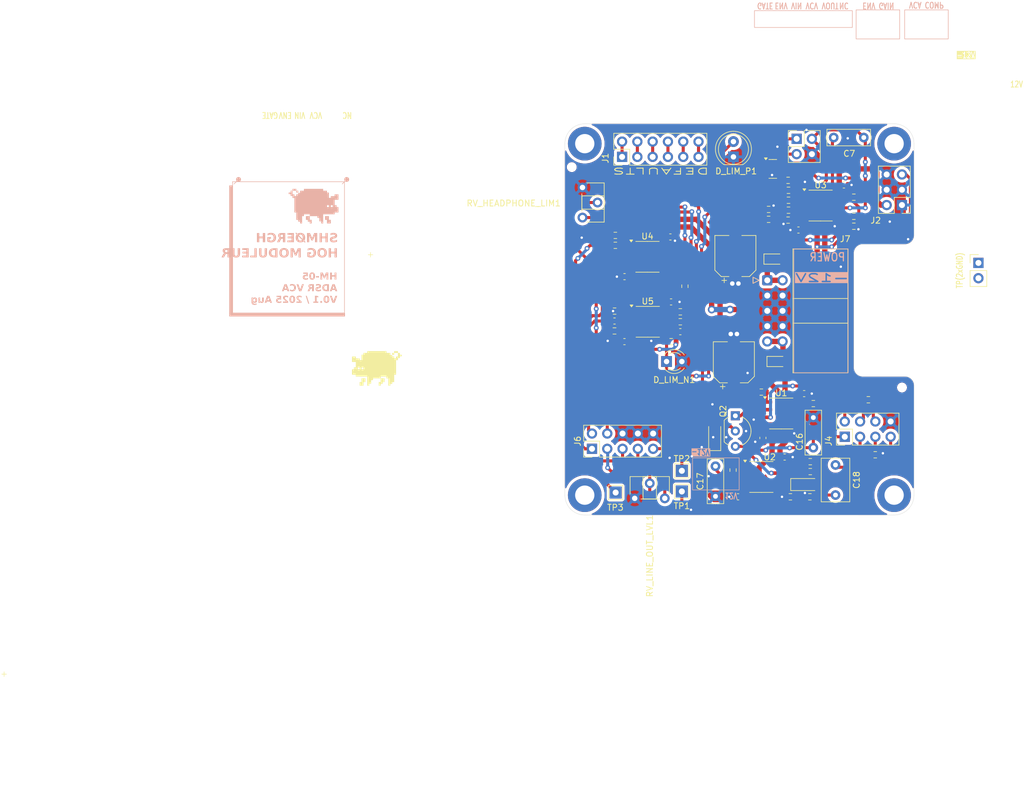
<source format=kicad_pcb>
(kicad_pcb (version 20241229) (generator "pcbnew") (generator_version "9.0")
  (layers (0 "F.Cu" signal) (2 "B.Cu" signal) (13 "F.Paste" user) (15 "B.Paste" user) (5 "F.SilkS" user "F.Silkscreen") (7 "B.SilkS" user "B.Silkscreen") (1 "F.Mask" user) (3 "B.Mask" user) (25 "Edge.Cuts" user))
  (net 0 "")
  (net 1 "GND")
  (net 2 "+12V")
  (net 3 "-12V")
  (net 4 "LFO_TRI")
  (net 5 "Net-(U3A--)")
  (net 6 "OUTPUT_VOL_2")
  (net 7 "Net-(U2B--)")
  (net 8 "Net-(U5A-+)")
  (net 9 "Net-(U5B--)")
  (net 10 "OUTPUT_LINE_OUT")
  (net 11 "Net-(Q2-S)")
  (net 12 "CRUSH_TRIG")
  (net 13 "Net-(U2A--)")
  (net 14 "Net-(D2-K)")
  (net 15 "Net-(D3-K)")
  (net 16 "Net-(D3-A)")
  (net 17 "Net-(D4-A)")
  (net 18 "Net-(D4-K)")
  (net 19 "Net-(D1-A)")
  (net 20 "RV_CRUSH_3")
  (net 21 "RV_CRUSH_1")
  (net 22 "CRUSH_OUT")
  (net 23 "RV_CRUSH_2")
  (net 24 "CRUSH_IN")
  (net 25 "CRUSH_TRIG_DEFAULT")
  (net 26 "LFO_RATE")
  (net 27 "LFO_SQR")
  (net 28 "OUTPUT_VOL_3")
  (net 29 "OUTPUT_IN")
  (net 30 "OUTPUT_DRIVE_3")
  (net 31 "OUTPUT_DRIVE_1")
  (net 32 "OUTPUT_PHONES_OUT")
  (net 33 "Net-(Q2-D)")
  (net 34 "Net-(Q4-B)")
  (net 35 "Net-(Q4-C)")
  (net 36 "Net-(U1B--)")
  (net 37 "Net-(U3A-+)")
  (net 38 "Net-(R26-Pad1)")
  (net 39 "Net-(U3B-+)")
  (net 40 "Net-(R12-Pad2)")
  (net 41 "Net-(R13-Pad2)")
  (net 42 "Net-(U4B--)")
  (net 43 "Net-(U4A--)")
  (net 44 "Net-(U4A-+)")
  (net 45 "Net-(D_LIM_N1-K)")
  (net 46 "Net-(J1-Pin_11)")
  (net 47 "Net-(J1-Pin_10)")
  (net 48 "Net-(J1-Pin_5)")
  (net 49 "Net-(J1-Pin_3)")
  (net 50 "Net-(J1-Pin_1)")
  (net 51 "Net-(J1-Pin_7)")
  (footprint "Resistor_SMD:R_0603_1608Metric" (layer "F.Cu") (at 172.006 59.367)
    (property "Reference" "R9")
    (property "Value" "47k")
  )
  (footprint "Package_SO:SOIC-8_3.9x4.9mm_P1.27mm" (layer "F.Cu") (at 137.768 76.893)
    (property "Reference" "U5")
    (property "Value" "TL072")
  )
  (footprint "Capacitor_SMD:C_0603_1608Metric" (layer "F.Cu") (at 162.8 61.653)
    (property "Reference" "C6")
    (property "Value" "100n")
  )
  (footprint "Capacitor_SMD:C_0603_1608Metric_Pad1.08x0.95mm_HandSolder" (layer "F.Cu") (at 132.242 76.766)
    (property "Reference" "C14")
    (property "Value" "1u")
  )
  (footprint "Resistor_SMD:R_0603_1608Metric" (layer "F.Cu") (at 172.007 56.192)
    (property "Reference" "R7")
    (property "Value" "10k")
  )
  (footprint "Capacitor_THT:C_Rect_L7.0mm_W2.5mm_P5.00mm" (layer "F.Cu") (at 173.657 46.286 180)
    (property "Reference" "C7")
    (property "Value" "22n-47n (foil)")
  )
  (footprint "Package_SO:SOIC-8_3.9x4.9mm_P1.27mm" (layer "F.Cu") (at 137.716 66.098)
    (property "Reference" "U4")
    (property "Value" "NE5532")
  )
  (footprint "Capacitor_SMD:C_0603_1608Metric" (layer "F.Cu") (at 170.355 54.16)
    (property "Reference" "C5")
    (property "Value" "100n")
  )
  (footprint "Diode_SMD:D_SOD-123" (layer "F.Cu") (at 148.892 95.943 90)
    (property "Reference" "D4")
    (property "Value" "1N4148")
  )
  (footprint "Resistor_SMD:R_0603_1608Metric" (layer "F.Cu") (at 132.255 75.115)
    (property "Reference" "R24")
    (property "Value" "47k")
  )
  (footprint "Resistor_SMD:R_0603_1608Metric" (layer "F.Cu") (at 156.639 88.577)
    (property "Reference" "R16")
    (property "Value" "1M")
  )
  (footprint "MountingHole:ToolingHole_1.152mm" (layer "F.Cu") (at 125.143 51.197)
    (property "Reference" "REF**" (hide yes))
    (property "Value" "ToolingHole_1.152mm")
  )
  (footprint "LED_THT:LED_D3.0mm" (layer "F.Cu") (at 140.891 83.497)
    (property "Reference" "D_LIM_N1")
    (property "Value" "Red LED")
  )
  (footprint "Resistor_SMD:R_0603_1608Metric" (layer "F.Cu") (at 132.382 64.193)
    (property "Reference" "R15")
    (property "Value" "100")
  )
  (footprint "MountingHole:MountingHole_3.2mm_M3_DIN965_Pad" (layer "F.Cu") (at 178.7 105.7)
    (property "Reference" "H2")
    (property "Value" "MountingHole")
  )
  (footprint "Package_TO_SOT_THT:TO-92_Inline_Wide" (layer "F.Cu") (at 152.321 92.514 -90)
    (property "Reference" "Q2")
    (property "Value" "2N3819")
  )
  (footprint "Capacitor_THT:C_Rect_L7.2mm_W2.5mm_P5.00mm_FKS2_FKP2_MKS2_MKP2" (layer "F.Cu") (at 149.019 100.896 -90)
    (property "Reference" "C17")
    (property "Value" "100n (foil)")
  )
  (footprint "Resistor_SMD:R_0603_1608Metric" (layer "F.Cu") (at 151.94 101.531 90)
    (property "Reference" "R18")
    (property "Value" "10k")
  )
  (footprint "TestPoint:TestPoint_THTPad_2.0x2.0mm_Drill1.0mm" (layer "F.Cu") (at 143.431 101.658)
    (property "Reference" "TP2")
    (property "Value" "MAINOUT")
  )
  (footprint "Capacitor_SMD:C_0603_1608Metric" (layer "F.Cu") (at 141.64 73.591)
    (property "Reference" "C10")
    (property "Value" "100n")
  )
  (footprint "MountingHole:MountingHole_3.2mm_M3_DIN965_Pad" (layer "F.Cu") (at 127.3 47.3)
    (property "Reference" "H1")
    (property "Value" "MountingHole")
  )
  (footprint "Resistor_SMD:R_0603_1608Metric" (layer "F.Cu") (at 161.149 58.351 180)
    (property "Reference" "R3")
    (property "Value" "100k")
  )
  (footprint "Connector_PinHeader_2.54mm:PinHeader_2x06_P2.54mm_Vertical" (layer "F.Cu") (at 133.5 49.5 90)
    (property "Reference" "J1")
    (property "Value" "Conn_02x06_Odd_Even")
  )
  (footprint "Resistor_SMD:R_0603_1608Metric" (layer "F.Cu") (at 143.939 70.987 90)
    (property "Reference" "R13")
    (property "Value" "1k")
  )
  (footprint "Resistor_SMD:R_0603_1608Metric" (layer "F.Cu") (at 174.419 89.847 180)
    (property "Reference" "R19")
    (property "Value" "100k")
  )
  (footprint "Potentiometer_THT:Potentiometer_ACP_CA6-H2,5_Horizontal" (layer "F.Cu") (at 126.921 54.581)
    (property "Reference" "RV_HEADPHONE_LIM1")
    (property "Value" "100k")
  )
  (footprint "Connector_PinHeader_2.54mm:PinHeader_2x03_P2.54mm_Vertical" (layer "F.Cu") (at 180 57.5 180)
    (property "Reference" "J2")
    (property "Value" "Conn_02x03_Odd_Even")
  )
  (footprint "TestPoint:TestPoint_THTPad_2.0x2.0mm_Drill1.0mm" (layer "F.Cu") (at 132.4328 105.2648)
    (property "Reference" "TP3")
    (property "Value" "PHONES_OUT")
  )
  (footprint "Resistor_SMD:R_0603_1608Metric" (layer "F.Cu") (at 157.845 58.224)
    (property "Reference" "R27")
    (property "Value" "47k")
  )
  (footprint "Diode_SMD:D_SOD-123" (layer "F.Cu") (at 163.878 103.944)
    (property "Reference" "D3")
    (property "Value" "1N4148")
  )
  (footprint "Capacitor_SMD:C_0603_1608Metric" (layer "F.Cu") (at 156.893 96.197 90)
    (property "Reference" "C2")
    (property "Value" "100n")
  )
  (footprint "Connector_PinHeader_2.54mm:PinHeader_2x04_P2.54mm_Vertical" (layer "F.Cu") (at 170.5 96 90)
    (property "Reference" "J4")
    (property "Value" "Conn_02x04_Odd_Even")
  )
  (footprint "Resistor_SMD:R_0603_1608Metric" (layer "F.Cu") (at 141.653 80.195)
    (property "Reference" "R25")
    (property "Value" "1k")
  )
  (footprint "Capacitor_SMD:C_0603_1608Metric" (layer "F.Cu") (at 160.511 99.372)
    (property "Reference" "C3")
    (property "Value" "100n")
  )
  (footprint "Capacitor_SMD:C_0603_1608Metric" (layer "F.Cu") (at 143.177 78.544)
    (property "Reference" "C15")
    (property "Value" "100p")
  )
  (footprint "Capacitor_THT:C_Rect_L7.0mm_W4.5mm_P5.00mm" (layer "F.Cu") (at 168.958 100.682 -90)
    (property "Reference" "C18")
    (property "Value" "1u (foil)")
  )
  (footprint "Capacitor_SMD:C_0603_1608Metric" (layer "F.Cu") (at 133.893 80.195)
    (property "Reference" "C11")
    (property "Value" "100n")
  )
  (footprint "Resistor_SMD:R_0603_1608Metric" (layer "F.Cu") (at 143.177 76.893 180)
    (property "Reference" "R11")
    (property "Value" "4.7k")
  )
  (footprint "TestPoint:TestPoint_THTPad_2.0x2.0mm_Drill1.0mm" (layer "F.Cu") (at 143.431 105.087)
    (property "Reference" "TP1")
    (property "Value" "MAX_LINEOUT")
  )
  (footprint "Resistor_SMD:R_0603_1608Metric" (layer "F.Cu") (at 157.845 59.875 180)
    (property "Reference" "R26")
    (property "Value" "12k")
  )
  (footprint "Resistor_SMD:R_0603_1608Metric" (layer "F.Cu") (at 172.006 61.018)
    (property "Reference" "R8")
    (property "Value" "47k")
  )
  (footprint "Connector_PinHeader_2.54mm:PinHeader_2x02_P2.54mm_Vertical" (layer "F.Cu") (at 162.5 46.5)
    (property "Reference" "J5")
    (property "Value" "Conn_02x02_Odd_Even")
  )
  (footprint "Capacitor_SMD:C_0603_1608Metric" (layer "F.Cu") (at 133.906 69.4)
    (property "Reference" "C13")
    (property "Value" "100n")
  )
  (footprint "Resistor_SMD:R_0603_1608Metric" (layer "F.Cu") (at 164.767 101.785 180)
    (property "Reference" "R1")
    (property "Value" "33k")
  )
  (footprint "Capacitor_SMD:CP_Elec_6.3x7.7" (layer "F.Cu") (at 152.067 83.624 90)
    (property "Reference" "C8")
    (property "Value" "100u")
  )
  (footprint "Connector_PinHeader_2.54mm:PinHeader_1x02_P2.54mm_Vertical" (layer "F.Cu") (at 192.707 67.114)
    (property "Reference" "J3")
    (property "Value" "Conn_01x02")
  )
  (footprint "LED_THT:LED_D5.0mm" (layer "F.Cu") (at 152 49.5 90)
    (property "Reference" "D_LIM_P1")
    (property "Value" "Red LED")
  )
  (footprint "Resistor_SMD:R_0603_1608Metric" (layer "F.Cu") (at 143.177 75.242 180)
    (property "Reference" "R12")
    (property "Value" "150")
  )
  (footprint "Diode_SMD:D_SOD-323" (layer "F.Cu") (at 158.671 66.479)
    (property "Reference" "D2")
    (property "Value" "1N5817")
  )
  (footprint "Package_SO:SOIC-8_3.9x4.9mm_P1.27mm" (layer "F.Cu") (at 166.483 57.589)
    (property "Reference" "U3")
    (property "Value" "TL072")
  )
  (footprint "MountingHole:MountingHole_3.2mm_M3_DIN965_Pad" (layer "F.Cu") (at 178.7 47.3)
    (property "Reference" "H4")
    (property "Value" "MountingHole")
  )
  (footprint "Shmoergh_Logo:Gyeszno" (layer "F.Cu") (at 92.758 84.64)
    (property "Reference" "G***" (hide yes))
    (property "Value" "LOGO" (hide yes))
  )
  (footprint "Resistor_SMD:R_0603_1608Metric" (layer "F.Cu") (at 161.149 56.7)
    (property "Reference" "R2")
    (property "Value" "100k")
  )
  (footprint "Package_SO:SOIC-8_3.9x4.9mm_P1.27mm" (layer "F.Cu") (at 159.941 92.133)
    (property "Reference" "U1")
    (property "Value" "TL072")
  )
  (footprint "Resistor_SMD:R_0603_1608Metric_Pad0.98x0.95mm_HandSolder" (layer "F.Cu") (at 132.242 78.417)
    (property "Reference" "R10")
    (property "Value" "100k")
  )
  (footprint "Connector_IDC:IDC-Header_2x05_P2.54mm_Horizontal" (layer "F.Cu") (at 157.6245 70)
    (property "Reference" "J7")
    (property "Value" "Conn_02x05_Odd_Even")
  )
  (footprint "Connector_PinHeader_2.54mm:PinHeader_2x05_P2.54mm_Vertical" (layer "F.Cu") (at 128.5 98 90)
    (property "Reference" "J6")
    (property "Value" "Conn_02x05_Odd_Even")
  )
  (footprint "Capacitor_THT:C_Rect_L7.2mm_W2.5mm_P5.00mm_FKS2_FKP2_MKS2_MKP2" (layer "F.Cu") (at 165.275 97.808 90)
    (property "Reference" "C16")
    (property "Value" "100n (foil)")
  )
  (footprint "Capacitor_SMD:CP_Elec_6.3x7.7" (layer "F.Cu") (at 152.321 65.971 90)
    (property "Reference" "C9")
    (property "Value" "100u")
  )
  (footprint "Resistor_SMD:R_0603_1608Metric" (layer "F.Cu") (at 161.084 53.398 180)
    (property "Reference" "R4")
    (property "Value" "100k")
  )
  (footprint "Resistor_SMD:R_0603_1608Metric" (layer "F.Cu") (at 161.146 55.049)
    (property "Reference" "R5")
    (property "Value" "100k")
  )
  (footprint "Diode_SMD:D_SOD-323" (layer "F.Cu") (at 159.179 83.497)
    (property "Reference" "D1")
    (property "Value" "1N5817")
  )
  (footprint "MountingHole:MountingHole_3.2mm_M3_DIN965_Pad" (layer "F.Cu") (at 127.3 105.7)
    (property "Reference" "H3")
    (property "Value" "MountingHole")
  )
  (footprint "Package_SO:SOIC-8_3.9x4.9mm_P1.27mm" (layer "F.Cu") (at 156.639 102.674)
    (property "Reference" "U2")
    (property "Value" "TL072")
  )
  (footprint "Resistor_SMD:R_0603_1608Metric" (layer "F.Cu") (at 164.767 100.134 180)
    (property "Reference" "R22")
    (property "Value" "100k")
  )
  (footprint "Resistor_SMD:R_0603_1608Metric" (layer "F.Cu") (at 132.382 62.542)
    (property "Reference" "R14")
    (property "Value" "100")
  )
  (footprint "MountingHole:ToolingHole_1.152mm" (layer "F.Cu") (at 180.007 87.815)
    (property "Reference" "REF**" (hide yes))
    (property "Value" "ToolingHole_1.152mm")
  )
  (footprint "Potentiometer_THT:Potentiometer_ACP_CA6-H2,5_Horizontal" (layer "F.Cu") (at 135.597 106.23 90)
    (property "Reference" "RV_LINE_OUT_LVL1")
    (property "Value" "10k")
  )
  (footprint "Resistor_SMD:R_0603_1608Metric" (layer "F.Cu") (at 165.275 90.482)
    (property "Reference" "R17")
    (property "Value" "1k")
  )
  (footprint "Capacitor_SMD:C_0603_1608Metric" (layer "F.Cu") (at 141.526 62.796)
    (property "Reference" "C12")
    (property "Value" "100n")
  )
  (footprint "Resistor_SMD:R_0603_1608Metric" (layer "F.Cu") (at 161.465 105.976)
    (property "Reference" "R23")
    (property "Value" "100k")
  )
  (footprint "Capacitor_SMD:C_0603_1608Metric" (layer "F.Cu") (at 152.764 105.976)
    (property "Reference" "C4")
    (property "Value" "100n")
  )
  (footprint "Package_TO_SOT_SMD:SOT-23" (layer "F.Cu") (at 158.544 51.493)
    (property "Reference" "Q4")
    (property "Value" "BC848")
  )
  (footprint "Resistor_SMD:R_0603_1608Metric" (layer "F.Cu") (at 164.704 105.976)
    (property "Reference" "R21")
    (property "Value" "100k")
  )
  (footprint "Resistor_SMD:R_0603_1608Metric" (layer "F.Cu") (at 175.562 98.991 180)
    (property "Reference" "R20")
    (property "Value" "10k")
  )
  (footprint "Resistor_SMD:R_0603_1608Metric" (layer "F.Cu") (at 161.085 60.002 180)
    (property "Reference" "R6")
    (property "Value" "100k")
  )
  (footprint "Capacitor_SMD:C_0603_1608Metric" (layer "F.Cu") (at 163.751 88.831)
    (property "Reference" "C1")
    (property "Value" "100n")
  )
  (footprint "Shmoergh_Logo:Gyeszno" (layer "B.Cu") (at 82.25 57.689 180)
    (property "Reference" "G***" (hide yes))
    (property "Value" "LOGO" (hide yes))
  )
  (gr_rect (start 145.209 99.499) (end 152.956 104.833) (stroke (width 0.1)) (fill no) (layer "B.SilkS"))
  (gr_rect (start 162.0365 64.786) (end 171.0535 85.36) (stroke (width 0.1)) (fill no) (layer "B.SilkS"))
  (gr_line (start 155.242 70.501) (end 155.242 69.485) (stroke (width 0.1)) (layer "B.SilkS"))
  (gr_line (start 87 54) (end 87.75 53.25) (stroke (width 0.1)) (layer "B.SilkS"))
  (gr_line (start 87.375 75.43475) (end 68.788 75.43475) (stroke (width 0.1)) (layer "B.SilkS"))
  (gr_line (start 156.258 69.993) (end 155.242 70.501) (stroke (width 0.1)) (layer "B.SilkS"))
  (gr_circle (center 69.778 53.25) (end 69.528 53) (stroke (width 0.1)) (fill yes) (layer "B.SilkS"))
  (gr_rect (start 180.4515 25.077) (end 187.6905 29.903) (stroke (width 0.1)) (fill no) (layer "B.SilkS"))
  (gr_rect (start 68.28 54.287125) (end 68.78 75.486125) (stroke (width 0.1)) (fill yes) (layer "B.SilkS"))
  (gr_circle (center 87.75 53.25) (end 87.5 53) (stroke (width 0.1)) (fill yes) (layer "B.SilkS"))
  (gr_line (start 87.375 53.625) (end 87.375 75.43475) (stroke (width 0.1)) (layer "B.SilkS"))
  (gr_line (start 87.375 53.625) (end 68.788 53.625) (stroke (width 0.1)) (layer "B.SilkS"))
  (gr_rect (start 155.496 25.204) (end 171.752 27.998) (stroke (width 0.1)) (fill no) (layer "B.SilkS"))
  (gr_line (start 155.242 69.485) (end 156.258 69.993) (stroke (width 0.1)) (layer "B.SilkS"))
  (gr_rect (start 172.387 25.077) (end 179.626 29.903) (stroke (width 0.1)) (fill no) (layer "B.SilkS"))
  (gr_line (start 69.028 54) (end 69.778 53.25) (stroke (width 0.1)) (layer "B.SilkS"))
  (gr_rect (start 68.28 75.486125) (end 87.419 75.959875) (stroke (width 0.1)) (fill yes) (layer "B.SilkS"))
  (gr_line (start 68.788 75.469) (end 68.788 53.625) (stroke (width 0.1)) (layer "B.SilkS"))
  (gr_arc (start 182 105.7) (mid 181.033452 108.033452) (end 178.7 109) (stroke (width 0.05)) (layer "Edge.Cuts"))
  (gr_line (start 173.5 64) (end 180.5 64) (stroke (width 0.05)) (layer "Edge.Cuts"))
  (gr_line (start 127.3 44) (end 178.7 44) (stroke (width 0.05)) (layer "Edge.Cuts"))
  (gr_arc (start 178.7 44) (mid 181.033452 44.966548) (end 182 47.3) (stroke (width 0.05)) (layer "Edge.Cuts"))
  (gr_arc (start 172 65.5) (mid 172.43934 64.43934) (end 173.5 64) (stroke (width 0.05)) (layer "Edge.Cuts"))
  (gr_line (start 172 84.5) (end 172 65.5) (stroke (width 0.05)) (layer "Edge.Cuts"))
  (gr_line (start 180.5 86) (end 173.5 86) (stroke (width 0.05)) (layer "Edge.Cuts"))
  (gr_arc (start 127.3 109) (mid 124.966548 108.033452) (end 124 105.7) (stroke (width 0.05)) (layer "Edge.Cuts"))
  (gr_line (start 178.7 109) (end 127.3 109) (stroke (width 0.05)) (layer "Edge.Cuts"))
  (gr_arc (start 124 47.3) (mid 124.966548 44.966548) (end 127.3 44) (stroke (width 0.05)) (layer "Edge.Cuts"))
  (gr_line (start 124 47.3) (end 124 105.7) (stroke (width 0.05)) (layer "Edge.Cuts"))
  (gr_arc (start 180.5 86) (mid 181.56066 86.43934) (end 182 87.5) (stroke (width 0.05)) (layer "Edge.Cuts"))
  (gr_arc (start 173.5 86) (mid 172.43934 85.56066) (end 172 84.5) (stroke (width 0.05)) (layer "Edge.Cuts"))
  (gr_line (start 182 87.5) (end 182 105.7) (stroke (width 0.05)) (layer "Edge.Cuts"))
  (gr_arc (start 182 62.5) (mid 181.56066 63.56066) (end 180.5 64) (stroke (width 0.05)) (layer "Edge.Cuts"))
  (gr_line (start 182 47.3) (end 182 62.5) (stroke (width 0.05)) (layer "Edge.Cuts"))
  (gr_text "+" (at 30.147 135.948 0) (layer "F.SilkS") (effects (font (size 1 1) (thickness 0.1)) (justify left bottom)))
  (gr_text "ENV" (at 77.54 42 180) (layer "F.SilkS") (effects (font (size 1 0.75) (thickness 0.15) (bold yes)) (justify bottom)))
  (gr_text "NC" (at 87.827 42 180) (layer "F.SilkS") (effects (font (size 1 0.75) (thickness 0.15) (bold yes)) (justify bottom)))
  (gr_text "GATE" (at 75 42 180) (layer "F.SilkS") (effects (font (size 1 0.75) (thickness 0.15) (bold yes)) (justify bottom)))
  (gr_text "DEFAULTS" (at 148.13 51.239 180) (layer "F.SilkS") (effects (font (size 1 2.25) (thickness 0.15) (bold yes)) (justify left bottom)))
  (gr_text "TP(2xGND)" (at 190.167 71.432 90) (layer "F.SilkS") (effects (font (size 1 0.75) (thickness 0.15) (bold yes)) (justify left bottom)))
  (gr_text "12V" (at 197.914 38.031 0) (layer "F.SilkS") (effects (font (size 1 0.75) (thickness 0.15) (bold yes)) (justify left bottom)))
  (gr_text "+" (at 91.02 66.265 0) (layer "F.SilkS") (effects (font (size 1 1) (thickness 0.1)) (justify left bottom)))
  (gr_text "VIN" (at 79.953 42 180) (layer "F.SilkS") (effects (font (size 1 0.75) (thickness 0.15) (bold yes)) (justify bottom)))
  (gr_text "VCV" (at 82.625 42 180) (layer "F.SilkS") (effects (font (size 1 0.75) (thickness 0.15) (bold yes)) (justify bottom)))
  (gr_text "-12V" (at 189.024 33.205 0) (layer "F.SilkS" knockout) (effects (font (size 1 0.75) (thickness 0.15) (bold yes)) (justify left bottom)))
  (gr_text "VOUT" (at 168.069 23.807 180) (layer "B.SilkS") (effects (font (size 1 0.75) (thickness 0.15) (bold yes)) (justify bottom mirror)))
  (gr_text "ENV GAIN" (at 176.07 23.807 180) (layer "B.SilkS") (effects (font (size 1 0.75) (thickness 0.15) (bold yes)) (justify bottom mirror)))
  (gr_text "SHMØERGH \nHOG MODULEUR" (at 86.314 66.452 0) (layer "B.SilkS") (effects (font (size 1.5 1.5) (thickness 0.28) (bold yes)) (justify left bottom mirror)))
  (gr_text "NC" (at 170.355 23.807 180) (layer "B.SilkS") (effects (font (size 1 0.75) (thickness 0.15) (bold yes)) (justify bottom mirror)))
  (gr_text "VCA COMP" (at 184.071 23.68 180) (layer "B.SilkS") (effects (font (size 1 0.75) (thickness 0.15) (bold yes)) (justify bottom mirror)))
  (gr_text "VCV" (at 165.021 23.807 180) (layer "B.SilkS") (effects (font (size 1 0.75) (thickness 0.15) (bold yes)) (justify bottom mirror)))
  (gr_text "-12V" (at 146.5425 97.975 180) (layer "B.SilkS" knockout) (effects (font (size 1 0.75) (thickness 0.15) (bold yes)) (justify bottom mirror)))
  (gr_text "12V" (at 151.6225 105.214 180) (layer "B.SilkS") (effects (font (size 1 0.75) (thickness 0.15) (bold yes)) (justify bottom mirror)))
  (gr_text "VIN" (at 162.481 23.807 180) (layer "B.SilkS") (effects (font (size 1 0.75) (thickness 0.15) (bold yes)) (justify bottom mirror)))
  (gr_text "HM-05\nADSR VCA\nV0.1 / 2025 Aug" (at 86.187 73.945 0) (layer "B.SilkS") (effects (font (size 1.15 1.15) (thickness 0.2) (bold yes)) (justify left bottom mirror)))
  (gr_text "GATE" (at 157.274 23.807 180) (layer "B.SilkS") (effects (font (size 1 0.75) (thickness 0.15) (bold yes)) (justify bottom mirror)))
  (gr_text "ENV" (at 159.941 23.807 180) (layer "B.SilkS") (effects (font (size 1 0.75) (thickness 0.15) (bold yes)) (justify bottom mirror)))
  (gr_text "-12V" (at 171.4345 70.374 0) (layer "B.SilkS" knockout) (effects (font (size 1.3 2.25) (thickness 0.25) (bold yes)) (justify left bottom mirror)))
  (gr_text "POWER" (at 170.6725 66.945 0) (layer "B.SilkS") (effects (font (size 1.35 1.15) (thickness 0.2) (bold yes)) (justify left bottom mirror)))
  (via (at 146.733 97.721) (size 0.8) (drill 0.4) (layers "F.Cu" "B.Cu") (net 1))
  (via (at 151.559 78.925) (size 1.27) (drill 0.75) (layers "F.Cu" "B.Cu") (net 1))
  (via (at 151.813 70.543) (size 1.27) (drill 0.75) (layers "F.Cu" "B.Cu") (net 1))
  (via (at 147.876 102.547) (size 0.8) (drill 0.4) (layers "F.Cu" "B.Cu") (net 1))
  (via (at 143.05 73.591) (size 0.8) (drill 0.4) (layers "F.Cu" "B.Cu") (net 1))
  (via (at 160.322 60.637) (size 0.8) (drill 0.4) (layers "F.Cu" "B.Cu") (net 1))
  (via (at 148.511 90.609) (size 0.8) (drill 0.4) (layers "F.Cu" "B.Cu") (net 1))
  (via (at 176.832 98.737) (size 0.8) (drill 0.4) (layers "F.Cu" "B.Cu") (net 1))
  (via (at 131.112 80.068) (size 0.8) (drill 0.4) (layers "F.Cu" "B.Cu") (net 1))
  (via (at 150.797 96.07) (size 0.8) (drill 0.4) (layers "F.Cu" "B.Cu") (net 1))
  (via (at 148.638 96.07) (size 0.8) (drill 0.4) (layers "F.Cu" "B.Cu") (net 1))
  (via (at 158.671 57.589) (size 0.8) (drill 0.4) (layers "F.Cu" "B.Cu") (net 1))
  (via (at 154.353 85.402) (size 0.8) (drill 0.4) (layers "F.Cu" "B.Cu") (net 1))
  (via (at 132.636 69.4) (size 0.8) (drill 0.4) (layers "F.Cu" "B.Cu") (net 1))
  (via (at 144.955 108.135) (size 0.8) (drill 0.4) (layers "F.Cu" "B.Cu") (net 1))
  (via (at 155.369 93.149) (size 0.8) (drill 0.4) (layers "F.Cu" "B.Cu") (net 1))
  (via (at 163.878 105.341) (size 0.8) (drill 0.4) (layers "F.Cu" "B.Cu") (net 1))
  (via (at 151.305 105.976) (size 0.8) (drill 0.4) (layers "F.Cu" "B.Cu") (net 1))
  (via (at 161.846 99.372) (size 0.8) (drill 0.4) (layers "F.Cu" "B.Cu") (net 1))
  (via (at 165.021 88.831) (size 0.8) (drill 0.4) (layers "F.Cu" "B.Cu") (net 1))
  (via (at 141.399 99.499) (size 0.8) (drill 0.4) (layers "F.Cu" "B.Cu") (net 1))
  (via (at 145.082 99.245) (size 0.8) (drill 0.4) (layers "F.Cu" "B.Cu") (net 1))
  (via (at 138.351 80.068) (size 0.8) (drill 0.4) (layers "F.Cu" "B.Cu") (net 1))
  (via (at 168.831 61.018) (size 0.8) (drill 0.4) (layers "F.Cu" "B.Cu") (net 1))
  (via (at 132.001 75.115) (size 0.8) (drill 0.4) (layers "F.Cu" "B.Cu") (net 1))
  (via (at 169.847 67.749) (size 0.8) (drill 0.4) (layers "F.Cu" "B.Cu") (net 1))
  (via (at 154.099 95.054) (size 0.8) (drill 0.4) (layers "F.Cu" "B.Cu") (net 1))
  (via (at 152.829 70.543) (size 1.27) (drill 0.75) (layers "F.Cu" "B.Cu") (net 1))
  (via (at 160.068 105.976) (size 0.8) (drill 0.4) (layers "F.Cu" "B.Cu") (net 1))
  (via (at 172.768 61.526) (size 0.8) (drill 0.4) (layers "F.Cu" "B.Cu") (net 1))
  (via (at 155.623 96.832) (size 0.8) (drill 0.4) (layers "F.Cu" "B.Cu") (net 1))
  (via (at 126.794 62.923) (size 0.8) (drill 0.4) (layers "F.Cu" "B.Cu") (net 1))
  (via (at 171.625 54.16) (size 0.8) (drill 0.4) (layers "F.Cu" "B.Cu") (net 1))
  (via (at 181.023 63.177) (size 0.8) (drill 0.4) (layers "F.Cu" "B.Cu") (net 1))
  (via (at 161.465 61.653) (size 0.8) (drill 0.4) (layers "F.Cu" "B.Cu") (net 1))
  (via (at 152.575 78.925) (size 1.27) (drill 0.75) (layers "F.Cu" "B.Cu") (net 1))
  (via (at 163.878 53.652) (size 0.8) (drill 0.4) (layers "F.Cu" "B.Cu") (net 1))
  (via (at 159.306 47.81) (size 0.8) (drill 0.4) (layers "F.Cu" "B.Cu") (net 1))
  (via (at 170.99 46.413) (size 0.8) (drill 0.4) (layers "F.Cu" "B.Cu") (net 1))
  (via (at 162.1 95.435) (size 0.8) (drill 0.4) (layers "F.Cu" "B.Cu") (net 1))
  (via (at 164.132 45.016) (size 0.8) (drill 0.4) (layers "F.Cu" "B.Cu") (net 1))
  (via (at 177.975 60.256) (size 0.8) (drill 0.4) (layers "F.Cu" "B.Cu") (net 1))
  (via (at 142.288 63.431) (size 0.8) (drill 0.4) (layers "F.Cu" "B.Cu") (net 1))
  (via (at 158.417 52.509) (size 0.8) (drill 0.4) (layers "F.Cu" "B.Cu") (net 1))
  (segment (start 140.891 74.353) (end 140.891 73.617) (width 0.889) (layer "F.Cu") (net 2))
  (segment (start 138.351 64.193) (end 138.351 74.353) (width 0.889) (layer "F.Cu") (net 2))
  (segment (start 159.736 99.372) (end 159.736 100.147) (width 0.889) (layer "F.Cu") (net 2))
  (segment (start 140.256 74.988) (end 140.891 74.353) (width 0.889) (layer "F.Cu") (net 2))
  (segment (start 169.58 51.887) (end 169.974 51.493) (width 0.889) (layer "F.Cu") (net 2))
  (segment (start 162.481 85.783) (end 160.576 85.783) (width 0.889) (layer "F.Cu") (net 2))
  (segment (start 154.353 83.497) (end 158.129 83.497) (width 0.889) (layer "F.Cu") (net 2))
  (segment (start 148.384 64.574) (end 144.955 61.145) (width 0.889) (layer "F.Cu") (net 2))
  (segment (start 138.986 74.988) (end 140.243 74.988) (width 0.889) (layer "F.Cu") (net 2))
  (segment (start 140.243 74.988) (end 140.256 74.988) (width 0.889) (layer "F.Cu") (net 2))
  (segment (start 162.976 89.668) (end 162.416 90.228) (width 0.889) (layer "F.Cu") (net 2))
  (segment (start 140.891 73.617) (end 140.865 73.591) (width 0.889) (layer "F.Cu") (net 2))
  (segment (start 175.816 56.827) (end 176.489 57.5) (width 0.889) (layer "F.Cu") (net 2))
  (segment (start 167.18 66.987) (end 163.37 70.797) (width 0.889) (layer "F.Cu") (net 2))
  (segment (start 162.976 88.831) (end 162.976 89.668) (width 0.889) (layer "F.Cu") (net 2))
  (segment (start 138.351 61.78) (end 138.351 64.193) (width 0.889) (layer "F.Cu") (net 2))
  (segment (start 159.736 97.799) (end 159.736 99.372) (width 0.889) (layer "F.Cu") (net 2))
  (segment (start 158.129 84.987) (end 158.925 85.783) (width 0.889) (layer "F.Cu") (net 2))
  (segment (start 160.576 85.783) (end 160.576 90.228) (width 0.889) (layer "F.Cu") (net 2))
  (segment (start 152.067 84.386) (end 152.956 83.497) (width 0.889) (layer "F.Cu") (net 2))
  (segment (start 153.083 74.861) (end 151.432 74.861) (width 0.889) (layer "F.Cu") (net 2))
  (segment (start 163.37 70.797) (end 163.37 84.894) (width 0.889) (layer "F.Cu") (net 2))
  (segment (start 169.974 51.493) (end 175.181 51.493) (width 0.889) (layer "F.Cu") (net 2))
  (segment (start 163.942 100.134) (end 162.989 100.134) (width 0.508) (layer "F.Cu") (net 2))
  (segment (start 159.736 100.147) (end 159.114 100.769) (width 0.889) (layer "F.Cu") (net 2))
  (segment (start 162.989 100.134) (end 162.354 100.769) (width 0.508) (layer "F.Cu") (net 2))
  (segment (start 169.58 54.16) (end 169.58 51.887) (width 0.889) (layer "F.Cu") (net 2))
  (segment (start 154.353 76.131) (end 153.21 74.988) (width 0.889) (layer "F.Cu") (net 2))
  (segment (start 152.067 86.324) (end 152.067 84.386) (width 0.889) (layer "F.Cu") (net 2))
  (segment (start 160.576 90.228) (end 160.576 96.959) (width 0.889) (layer "F.Cu") (net 2))
  (segment (start 169.58 54.16) (end 169.58 55.062) (width 0.889) (layer "F.Cu") (net 2))
  (segment (start 158.129 83.497) (end 158.129 84.987) (width 0.889) (layer "F.Cu") (net 2))
  (segment (start 148.384 74.861) (end 148.384 64.574) (width 0.889) (layer "F.Cu") (net 2))
  (segment (start 162.416 90.228) (end 160.576 90.228) (width 0.889) (layer "F.Cu") (net 2))
  (segment (start 160.576 96.959) (end 159.736 97.799) (width 0.889) (layer "F.Cu") (net 2))
  (segment (start 167.815 55.684) (end 167.18 56.319) (width 0.889) (layer "F.Cu") (net 2))
  (segment (start 153.21 74.988) (end 153.083 74.861) (width 0.889) (layer "F.Cu") (net 2))
  (segment (start 138.986 61.145) (end 138.351 61.78) (width 0.889) (layer "F.Cu") (net 2))
  (segment (start 140.191 64.193) (end 140.191 63.356) (width 0.889) (layer "F.Cu") (net 2))
  (segment (start 175.181 51.493) (end 175.816 52.128) (width 0.889) (layer "F.Cu") (net 2))
  (segment (start 140.191 63.356) (end 140.751 62.796) (width 0.889) (layer "F.Cu") (net 2))
  (segment (start 162.354 100.769) (end 159.114 100.769) (width 0.508) (layer "F.Cu") (net 2))
  (segment (start 168.958 55.684) (end 167.815 55.684) (width 0.889) (layer "F.Cu") (net 2))
  (segment (start 138.351 64.193) (end 140.191 64.193) (width 0.889) (layer "F.Cu") (net 2))
  (segment (start 169.58 55.062) (end 168.958 55.684) (width 0.889) (layer "F.Cu") (net 2))
  (segment (start 138.351 74.353) (end 138.986 74.988) (width 0.889) (layer "F.Cu") (net 2))
  (segment (start 154.353 83.497) (end 154.353 76.131) (width 0.889) (layer "F.Cu") (net 2))
  (segment (start 144.955 61.145) (end 138.986 61.145) (width 0.889) (layer "F.Cu") (net 2))
  (segment (start 175.816 52.128) (end 175.816 56.827) (width 0.889) (layer "F.Cu") (net 2))
  (segment (start 158.925 85.783) (end 160.576 85.783) (width 0.889) (layer "F.Cu") (net 2))
  (segment (start 167.18 56.319) (end 167.18 66.987) (width 0.889) (layer "F.Cu") (net 2))
  (segment (start 152.956 83.497) (end 154.353 83.497) (width 0.889) (layer "F.Cu") (net 2))
  (segment (start 163.37 84.894) (end 162.481 85.783) (width 0.889) (layer "F.Cu") (net 2))
  (segment (start 176.489 57.5) (end 177.46 57.5) (width 0.889) (layer "F.Cu") (net 2))
  (via (at 151.432 74.861) (size 1.27) (drill 0.75) (layers "F.Cu" "B.Cu") (net 2))
  (via (at 148.384 74.861) (size 1.27) (drill 0.75) (layers "F.Cu" "B.Cu") (net 2))
  (segment (start 151.432 74.861) (end 148.384 74.861) (width 0.889) (layer "B.Cu") (net 2))
  (segment (start 156.893 95.422) (end 156.893 94.611) (width 0.889) (layer "F.Cu") (net 3))
  (segment (start 163.575 59.927) (end 164.008 59.494) (width 0.889) (layer "F.Cu") (net 3))
  (segment (start 159.486 88.503) (end 157.909 86.926) (width 0.889) (layer "F.Cu") (net 3))
  (segment (start 134.668 79.306) (end 134.668 80.195) (width 0.889) (layer "F.Cu") (net 3))
  (segment (start 164.008 59.494) (end 164.894 59.494) (width 0.889) (layer "F.Cu") (net 3))
  (segment (start 153.21 89.085) (end 150.67 89.085) (width 0.889) (layer "F.Cu") (net 3))
  (segment (start 155.496 104.579) (end 156.258 103.817) (width 0.889) (layer "F.Cu") (net 3))
  (segment (start 138.478 59.875) (end 137.081 61.272) (width 0.889) (layer "F.Cu") (net 3))
  (segment (start 135.241 68.003) (end 135.176 68.003) (width 0.889) (layer "F.Cu") (net 3))
  (segment (start 157.909 86.926) (end 155.369 86.926) (width 0.889) (layer "F.Cu") (net 3))
  (segment (start 153.591 105.924) (end 153.539 105.976) (width 0.889) (layer "F.Cu") (net 3))
  (segment (start 154.164 104.579) (end 155.496 104.579) (width 0.889) (layer "F.Cu") (net 3))
  (segment (start 152.321 63.271) (end 156.479 63.271) (width 0.889) (layer "F.Cu") (net 3))
  (segment (start 137.081 68.003) (end 137.081 78.417) (width 0.889) (layer "F.Cu") (net 3))
  (segment (start 135.241 68.003) (end 137.081 68.003) (width 0.889) (layer "F.Cu") (net 3))
  (segment (start 156.258 101.137692) (end 158.417 98.978692) (width 0.889) (layer "F.Cu") (net 3))
  (segment (start 154.164 104.579) (end 154.099 104.579) (width 0.889) (layer "F.Cu") (net 3))
  (segment (start 149.781 63.398) (end 149.908 63.271) (width 0.889) (layer "F.Cu") (net 3))
  (segment (start 156.258 103.817) (end 156.258 101.137692) (width 0.889) (layer "F.Cu") (net 3))
  (segment (start 169.659153 63.177) (end 168.389153 64.447) (width 0.508) (layer "F.Cu") (net 3))
  (segment (start 159.486 94.038) (end 157.466 94.038) (width 0.889) (layer "F.Cu") (net 3))
  (segment (start 137.081 61.272) (end 137.081 68.003) (width 0.889) (layer "F.Cu") (net 3))
  (segment (start 137.081 78.417) (end 136.7 78.798) (width 0.889) (layer "F.Cu") (net 3))
  (segment (start 149.908 63.271) (end 149.24 63.271) (width 0.889) (layer "F.Cu") (net 3))
  (segment (start 135.176 68.003) (end 134.668 68.511) (width 0.889) (layer "F.Cu") (net 3))
  (segment (start 155.369 86.926) (end 153.21 89.085) (width 0.889) (layer "F.Cu") (net 3))
  (segment (start 165.91 60.51) (end 165.91 64.447) (width 0.889) (layer "F.Cu") (net 3))
  (segment (start 165.91 65.59) (end 165.021 66.479) (width 0.889) (layer "F.Cu") (net 3))
  (segment (start 159.486 94.038) (end 159.486 88.503) (width 0.889) (layer "F.Cu") (net 3))
  (segment (start 150.67 89.085) (end 149.781 88.196) (width 0.889) (layer "F.Cu") (net 3))
  (segment (start 149.781 88.196) (end 149.781 63.398) (width 0.889) (layer "F.Cu") (net 3))
  (segment (start 156.893 94.611) (end 157.466 94.038) (width 0.889) (layer "F.Cu") (net 3))
  (segment (start 145.844 59.875) (end 138.478 59.875) (width 0.889) (layer "F.Cu") (net 3))
  (segment (start 159.486 96.017) (end 159.486 94.038) (width 0.889) (layer "F.Cu") (net 3))
  (segment (start 158.417 97.086) (end 159.486 96.017) (width 0.889) (layer "F.Cu") (net 3))
  (segment (start 156.479 63.271) (end 159.687 66.479) (width 0.889) (layer "F.Cu") (net 3))
  (segment (start 135.176 78.798) (end 134.668 79.306) (width 0.889) (layer "F.Cu") (net 3))
  (segment (start 180.68 52.42) (end 181.404 53.144) (width 0.508) (layer "F.Cu") (net 3))
  (segment (start 163.575 61.653) (end 163.575 59.927) (width 0.889) (layer "F.Cu") (net 3))
  (segment (start 158.417 98.978692) (end 158.417 97.086) (width 0.889) (layer "F.Cu") (net 3))
  (segment (start 177.467 63.177) (end 169.659153 63.177) (width 0.508) (layer "F.Cu") (net 3))
  (segment (start 181.404 53.144) (end 181.404 59.24) (width 0.508) (layer "F.Cu") (net 3))
  (segment (start 136.7 78.798) (end 135.293 78.798) (width 0.889) (layer "F.Cu") (net 3))
  (segment (start 165.91 64.447) (end 165.91 65.59) (width 0.889) (layer "F.Cu") (net 3))
  (segment (start 153.591 105.087) (end 153.591 105.924) (width 0.889) (layer "F.Cu") (net 3))
  (segment (start 180 52.42) (end 180.68 52.42) (width 0.508) (layer "F.Cu") (net 3))
  (segment (start 149.24 63.271) (end 145.844 59.875) (width 0.889) (layer "F.Cu") (net 3))
  (segment (start 154.099 104.579) (end 153.591 105.087) (width 0.889) (layer "F.Cu") (net 3))
  (segment (start 181.404 59.24) (end 177.467 63.177) (width 0.508) (layer "F.Cu") (net 3))
  (segment (start 165.021 66.479) (end 159.721 66.479) (width 0.889) (layer "F.Cu") (net 3))
  (segment (start 135.293 78.798) (end 135.176 78.798) (width 0.889) (layer "F.Cu") (net 3))
  (segment (start 152.321 63.271) (end 149.908 63.271) (width 0.889) (layer "F.Cu") (net 3))
  (segment (start 134.668 69.387) (end 134.681 69.4) (width 0.889) (layer "F.Cu") (net 3))
  (segment (start 164.894 59.494) (end 165.91 60.51) (width 0.889) (layer "F.Cu") (net 3))
  (segment (start 134.668 68.511) (end 134.668 69.387) (width 0.889) (layer "F.Cu") (net 3))
  (segment (start 159.687 66.479) (end 159.721 66.479) (width 0.889) (layer "F.Cu") (net 3))
  (segment (start 168.389153 64.447) (end 168.323 64.447) (width 0.508) (layer "F.Cu") (net 3))
  (via (at 168.323 64.447) (size 0.8) (drill 0.4) (layers "F.Cu" "B.Cu") (net 3))
  (via (at 165.91 64.447) (size 0.8) (drill 0.4) (layers "F.Cu" "B.Cu") (net 3))
  (segment (start 168.323 64.447) (end 165.91 64.447) (width 0.508) (layer "B.Cu") (net 3))
  (segment (start 168.958 58.224) (end 170.101 58.224) (width 0.508) (layer "F.Cu") (net 4))
  (segment (start 166.524 45.016) (end 165.04 46.5) (width 0.508) (layer "F.Cu") (net 4))
  (segment (start 173.911 57.97) (end 173.911 52.636) (width 0.508) (layer "F.Cu") (net 4))
  (segment (start 173.657 46.286) (end 172.387 45.016) (width 0.508) (layer "F.Cu") (net 4))
  (segment (start 170.355 57.97) (end 171.371 57.97) (width 0.508) (layer "F.Cu") (net 4))
  (segment (start 173.911 50.35) (end 173.911 46.54) (width 0.508) (layer "F.Cu") (net 4))
  (segment (start 173.911 46.54) (end 173.657 46.286) (width 0.508) (layer "F.Cu") (net 4))
  (segment (start 170.101 58.224) (end 170.355 57.97) (width 0.508) (layer "F.Cu") (net 4))
  (segment (start 165.148 55.684) (end 167.434 53.398) (width 0.508) (layer "F.Cu") (net 4))
  (segment (start 167.434 53.398) (end 167.434 48.894) (width 0.508) (layer "F.Cu") (net 4))
  (segment (start 164.008 55.684) (end 165.148 55.684) (width 0.508) (layer "F.Cu") (net 4))
  (segment (start 167.434 48.894) (end 165.04 46.5) (width 0.508) (layer "F.Cu") (net 4))
  (segment (start 172.387 45.016) (end 166.524 45.016) (width 0.508) (layer "F.Cu") (net 4))
  (via (at 173.911 52.636) (size 0.8) (drill 0.4) (layers "F.Cu" "B.Cu") (net 4))
  (via (at 171.371 57.97) (size 0.8) (drill 0.4) (layers "F.Cu" "B.Cu") (net 4))
  (via (at 173.911 57.97) (size 0.8) (drill 0.4) (layers "F.Cu" "B.Cu") (net 4))
  (via (at 173.911 50.35) (size 0.8) (drill 0.4) (layers "F.Cu" "B.Cu") (net 4))
  (segment (start 173.911 52.636) (end 173.911 50.35) (width 0.508) (layer "B.Cu") (net 4))
  (segment (start 171.371 57.97) (end 173.911 57.97) (width 0.508) (layer "B.Cu") (net 4))
  (segment (start 165.402 56.954) (end 164.008 56.954) (width 0.508) (layer "F.Cu") (net 5))
  (segment (start 165.91 56.065) (end 165.91 56.446) (width 0.508) (layer "F.Cu") (net 5))
  (segment (start 168.069 54.668) (end 167.307 54.668) (width 0.508) (layer "F.Cu") (net 5))
  (segment (start 167.307 54.668) (end 165.91 56.065) (width 0.508) (layer "F.Cu") (net 5))
  (segment (start 161.974 56.7) (end 161.972 56.7) (width 0.508) (layer "F.Cu") (net 5))
  (segment (start 168.45 46.493) (end 168.45 54.287) (width 0.508) (layer "F.Cu") (net 5))
  (segment (start 161.972 56.7) (end 160.321 55.049) (width 0.508) (layer "F.Cu") (net 5))
  (segment (start 168.45 54.287) (end 168.069 54.668) (width 0.508) (layer "F.Cu") (net 5))
  (segment (start 165.91 56.446) (end 165.402 56.954) (width 0.508) (layer "F.Cu") (net 5))
  (segment (start 160.259 54.987) (end 160.259 53.398) (width 0.508) (layer "F.Cu") (net 5))
  (segment (start 164.008 56.954) (end 162.228 56.954) (width 0.508) (layer "F.Cu") (net 5))
  (segment (start 168.657 46.286) (end 168.45 46.493) (width 0.508) (layer "F.Cu") (net 5))
  (segment (start 160.259 55.111) (end 160.321 55.049) (width 0.508) (layer "F.Cu") (net 5))
  (segment (start 160.321 55.049) (end 160.259 54.987) (width 0.508) (layer "F.Cu") (net 5))
  (segment (start 162.228 56.954) (end 161.974 56.7) (width 0.508) (layer "F.Cu") (net 5))
  (segment (start 127.937 94.897) (end 128.5 95.46) (width 0.508) (layer "F.Cu") (net 6))
  (segment (start 127.937 77.782) (end 127.937 94.897) (width 0.508) (layer "F.Cu") (net 6))
  (segment (start 131.3795 76.766) (end 128.953 76.766) (width 0.508) (layer "F.Cu") (net 6))
  (segment (start 128.953 76.766) (end 127.937 77.782) (width 0.508) (layer "F.Cu") (net 6))
  (segment (start 160.449 103.309) (end 161.973 101.785) (width 0.508) (layer "F.Cu") (net 7))
  (segment (start 159.114 103.309) (end 160.449 103.309) (width 0.508) (layer "F.Cu") (net 7))
  (segment (start 165.592 100.134) (end 165.592 100.135) (width 0.508) (layer "F.Cu") (net 7))
  (segment (start 165.592 100.135) (end 163.942 101.785) (width 0.508) (layer "F.Cu") (net 7))
  (segment (start 161.973 101.785) (end 163.942 101.785) (width 0.508) (layer "F.Cu") (net 7))
  (segment (start 135.293 77.528) (end 133.1545 77.528) (width 0.508) (layer "F.Cu") (net 8))
  (segment (start 133.1545 78.417) (end 133.1545 77.528) (width 0.508) (layer "F.Cu") (net 8))
  (segment (start 133.1545 76.816) (end 133.1045 76.766) (width 0.508) (layer "F.Cu") (net 8))
  (segment (start 133.1545 77.528) (end 133.1545 76.816) (width 0.508) (layer "F.Cu") (net 8))
  (segment (start 140.243 77.528) (end 142.402 77.528) (width 0.508) (layer "F.Cu") (net 9))
  (segment (start 142.402 77.528) (end 142.402 76.943) (width 0.508) (layer "F.Cu") (net 9))
  (segment (start 142.402 76.943) (end 142.352 76.893) (width 0.508) (layer "F.Cu") (net 9))
  (segment (start 142.402 78.544) (end 142.402 77.528) (width 0.508) (layer "F.Cu") (net 9))
  (segment (start 146.86 82.354) (end 146.86 95.816) (width 0.508) (layer "F.Cu") (net 10))
  (segment (start 143.558 97.975) (end 143.304 97.975) (width 0.508) (layer "F.Cu") (net 10))
  (segment (start 143.304 97.975) (end 138.685 97.975) (width 0.508) (layer "F.Cu") (net 10))
  (segment (start 143.952 76.943) (end 144.002 76.893) (width 0.508) (layer "F.Cu") (net 10))
  (segment (start 144.701 97.975) (end 143.558 97.975) (width 0.508) (layer "F.Cu") (net 10))
  (segment (start 143.952 79.446) (end 146.86 82.354) (width 0.508) (layer "F.Cu") (net 10))
  (segment (start 138.685 97.975) (end 138.66 98) (width 0.508) (layer "F.Cu") (net 10))
  (segment (start 144.002 76.893) (end 144.002 75.242) (width 0.508) (layer "F.Cu") (net 10))
  (segment (start 143.952 78.544) (end 143.952 79.446) (width 0.508) (layer "F.Cu") (net 10))
  (segment (start 143.952 78.544) (end 143.952 76.943) (width 0.508) (layer "F.Cu") (net 10))
  (segment (start 146.86 95.816) (end 144.701 97.975) (width 0.508) (layer "F.Cu") (net 10))
  (segment (start 144.002 75.242) (end 144.002 71.875) (width 0.508) (layer "F.Cu") (net 10))
  (segment (start 143.431 101.658) (end 143.431 98.102) (width 0.508) (layer "F.Cu") (net 10))
  (segment (start 143.431 98.102) (end 143.558 97.975) (width 0.508) (layer "F.Cu") (net 10))
  (segment (start 144.002 71.875) (end 143.939 71.812) (width 0.508) (layer "F.Cu") (net 10))
  (segment (start 161.378 97.808) (end 161.338 97.848) (width 0.508) (layer "F.Cu") (net 11))
  (segment (start 162.416 94.038) (end 163.751 94.038) (width 0.508) (layer "F.Cu") (net 11))
  (segment (start 165.275 97.808) (end 161.378 97.808) (width 0.508) (layer "F.Cu") (net 11))
  (segment (start 154.099 97.594) (end 152.321 97.594) (width 0.508) (layer "F.Cu") (net 11))
  (segment (start 165.275 95.562) (end 165.275 97.808) (width 0.508) (layer "F.Cu") (net 11))
  (segment (start 154.734 98.229) (end 154.099 97.594) (width 0.508) (layer "F.Cu") (net 11))
  (segment (start 163.751 94.038) (end 165.275 95.562) (width 0.508) (layer "F.Cu") (net 11))
  (segment (start 157.3725 98.229) (end 154.734 98.229) (width 0.508) (layer "F.Cu") (net 11))
  (via (at 157.3725 98.229) (size 0.8) (drill 0.4) (layers "F.Cu" "B.Cu") (net 11))
  (via (at 161.338 97.848) (size 0.8) (drill 0.4) (layers "F.Cu" "B.Cu") (net 11))
  (segment (start 161.338 97.848) (end 157.7535 97.848) (width 0.508) (layer "B.Cu") (net 11))
  (segment (start 157.7535 97.848) (end 157.3725 98.229) (width 0.508) (layer "B.Cu") (net 11))
  (segment (start 169.506 101.063) (end 170.823 101.063) (width 0.508) (layer "F.Cu") (net 12))
  (segment (start 168.958 100.515) (end 169.506 101.063) (width 0.508) (layer "F.Cu") (net 12))
  (segment (start 173.04 98.846) (end 173.04 96) (width 0.508) (layer "F.Cu") (net 12))
  (segment (start 170.823 101.063) (end 173.04 98.846) (width 0.508) (layer "F.Cu") (net 12))
  (segment (start 149.273 101.698) (end 149.931 102.356) (width 0.508) (layer "F.Cu") (net 13))
  (segment (start 154.164 102.039) (end 152.257 102.039) (width 0.508) (layer "F.Cu") (net 13))
  (segment (start 149.931 102.356) (end 151.94 102.356) (width 0.508) (layer "F.Cu") (net 13))
  (segment (start 149.273 101.15) (end 149.273 101.698) (width 0.508) (layer "F.Cu") (net 13))
  (segment (start 149.019 100.896) (end 149.273 101.15) (width 0.508) (layer "F.Cu") (net 13))
  (segment (start 152.257 102.039) (end 151.94 102.356) (width 0.508) (layer "F.Cu") (net 13))
  (segment (start 157.6245 70) (end 157.6245 66.4825) (width 0.889) (layer "F.Cu") (net 14))
  (segment (start 157.6245 66.4825) (end 157.621 66.479) (width 0.889) (layer "F.Cu") (net 14))
  (segment (start 157.6245 70) (end 160.1645 70) (width 0.889) (layer "F.Cu") (net 14))
  (segment (start 159.114 104.579) (end 162.29 104.579) (width 0.508) (layer "F.Cu") (net 15))
  (segment (start 162.29 104.579) (end 162.29 104.006) (width 0.508) (layer "F.Cu") (net 15))
  (segment (start 162.29 105.976) (end 162.29 104.579) (width 0.508) (layer "F.Cu") (net 15))
  (segment (start 162.29 104.006) (end 162.228 103.944) (width 0.508) (layer "F.Cu") (net 15))
  (segment (start 168.958 105.682) (end 165.823 105.682) (width 0.508) (layer "F.Cu") (net 16))
  (segment (start 165.823 105.682) (end 165.529 105.976) (width 0.508) (layer "F.Cu") (net 16))
  (segment (start 165.529 103.945) (end 165.528 103.944) (width 0.508) (layer "F.Cu") (net 16))
  (segment (start 168.958 106.063) (end 168.958 105.515) (width 0.508) (layer "F.Cu") (net 16))
  (segment (start 168.918 106.103) (end 168.958 106.063) (width 0.508) (layer "F.Cu") (net 16))
  (segment (start 165.529 105.976) (end 165.529 103.945) (width 0.508) (layer "F.Cu") (net 16))
  (segment (start 148.892 94.293) (end 151.56 94.293) (width 0.508) (layer "F.Cu") (net 17))
  (segment (start 155.814 88.577) (end 153.655 90.736) (width 0.508) (layer "F.Cu") (net 17))
  (segment (start 153.655 90.736) (end 150.927 90.736) (width 0.508) (layer "F.Cu") (net 17))
  (segment (start 151.56 94.293) (end 152.321 95.054) (width 0.508) (layer "F.Cu") (net 17))
  (segment (start 148.892 92.771) (end 148.892 94.293) (width 0.508) (layer "F.Cu") (net 17))
  (segment (start 150.927 90.736) (end 148.892 92.771) (width 0.508) (layer "F.Cu") (net 17))
  (segment (start 149.907 97.593) (end 148.892 97.593) (width 0.508) (layer "F.Cu") (net 18))
  (segment (start 155.75 99.88) (end 155.115 99.245) (width 0.508) (layer "F.Cu") (net 18))
  (segment (start 151.559 99.245) (end 149.907 97.593) (width 0.508) (layer "F.Cu") (net 18))
  (segment (start 155.115 99.245) (end 151.559 99.245) (width 0.508) (layer "F.Cu") (net 18))
  (via (at 155.75 99.88) (size 0.8) (drill 0.4) (layers "F.Cu" "B.Cu") (net 18))
  (via (at 158.29 102.039) (size 0.8) (drill 0.4) (layers "F.Cu" "B.Cu") (net 18))
  (segment (start 157.909 102.039) (end 158.29 102.039) (width 0.508) (layer "B.Cu") (net 18))
  (segment (start 155.75 99.88) (end 157.909 102.039) (width 0.508) (layer "B.Cu") (net 18))
  (segment (start 157.6245 80.16) (end 160.1645 80.16) (width 0.889) (layer "F.Cu") (net 19))
  (segment (start 160.229 83.497) (end 160.229 80.2245) (width 0.889) (layer "F.Cu") (net 19))
  (segment (start 160.229 80.2245) (end 160.1645 80.16) (width 0.889) (layer "F.Cu") (net 19))
  (segment (start 175.244 93.124) (end 175.58 93.46) (width 0.508) (layer "F.Cu") (net 20))
  (segment (start 175.244 89.847) (end 175.244 93.124) (width 0.508) (layer "F.Cu") (net 20))
  (segment (start 174.737 98.991) (end 175.562 98.166) (width 0.508) (layer "F.Cu") (net 21))
  (segment (start 175.562 96.018) (end 175.58 96) (width 0.508) (layer "F.Cu") (net 21))
  (segment (start 175.562 98.166) (end 175.562 96.018) (width 0.508) (layer "F.Cu") (net 21))
  (segment (start 169.015 96) (end 170.5 96) (width 0.508) (layer "F.Cu") (net 22))
  (segment (start 168.196 91.625) (end 168.196 95.181) (width 0.508) (layer "F.Cu") (net 22))
  (segment (start 167.053 90.482) (end 168.196 91.625) (width 0.508) (layer "F.Cu") (net 22))
  (segment (start 168.196 95.181) (end 169.015 96) (width 0.508) (layer "F.Cu") (net 22))
  (segment (start 166.1 90.482) (end 167.053 90.482) (width 0.508) (layer "F.Cu") (net 22))
  (segment (start 153.083 103.309) (end 152.194 104.198) (width 0.508) (layer "F.Cu") (net 23))
  (segment (start 148.003 104.198) (end 146.987 105.214) (width 0.508) (layer "F.Cu") (net 23))
  (segment (start 154.164 103.309) (end 153.083 103.309) (width 0.508) (layer "F.Cu") (net 23))
  (segment (start 171.752 106.865) (end 171.752 102.42) (width 0.508) (layer "F.Cu") (net 23))
  (segment (start 146.987 106.2935) (end 148.3205 107.627) (width 0.508) (layer "F.Cu") (net 23))
  (segment (start 176.705 100.769) (end 178.12 99.354) (width 0.508) (layer "F.Cu") (net 23))
  (segment (start 152.194 104.198) (end 148.003 104.198) (width 0.508) (layer "F.Cu") (net 23))
  (segment (start 173.403 100.769) (end 176.705 100.769) (width 0.508) (layer "F.Cu") (net 23))
  (segment (start 148.3205 107.627) (end 170.99 107.627) (width 0.508) (layer "F.Cu") (net 23))
  (segment (start 178.12 99.354) (end 178.12 96) (width 0.508) (layer "F.Cu") (net 23))
  (segment (start 171.752 102.42) (end 173.403 100.769) (width 0.508) (layer "F.Cu") (net 23))
  (segment (start 146.987 105.214) (end 146.987 106.2935) (width 0.508) (layer "F.Cu") (net 23))
  (segment (start 170.99 107.627) (end 171.752 106.865) (width 0.508) (layer "F.Cu") (net 23))
  (segment (start 168.958 87.561) (end 161.846 87.561) (width 0.508) (layer "F.Cu") (net 24))
  (segment (start 170.5 89.103) (end 168.958 87.561) (width 0.508) (layer "F.Cu") (net 24))
  (segment (start 170.5 89.103) (end 170.5 93.46) (width 0.508) (layer "F.Cu") (net 24))
  (via (at 158.163 92.768) (size 0.8) (drill 0.4) (layers "F.Cu" "B.Cu") (net 24))
  (via (at 161.846 87.561) (size 0.8) (drill 0.4) (layers "F.Cu" "B.Cu") (net 24))
  (segment (start 159.306 87.561) (end 158.163 88.704) (width 0.508) (layer "B.Cu") (net 24))
  (segment (start 158.163 88.704) (end 158.163 92.768) (width 0.508) (layer "B.Cu") (net 24))
  (segment (start 161.846 87.561) (end 159.306 87.561) (width 0.508) (layer "B.Cu") (net 24))
  (segment (start 147.114 99.245) (end 146.098 100.261) (width 0.508) (layer "F.Cu") (net 25))
  (segment (start 154.164 100.769) (end 152.003 100.769) (width 0.508) (layer "F.Cu") (net 25))
  (segment (start 146.098 106.738) (end 147.876 108.516) (width 0.508) (layer "F.Cu") (net 25))
  (segment (start 152.003 100.769) (end 151.94 100.706) (width 0.508) (layer "F.Cu") (net 25))
  (segment (start 151.94 100.706) (end 151.242 100.706) (width 0.508) (layer "F.Cu") (net 25))
  (segment (start 146.098 100.261) (end 146.098 106.738) (width 0.508) (layer "F.Cu") (net 25))
  (segment (start 174.038 101.658) (end 177.086 101.658) (width 0.508) (layer "F.Cu") (net 25))
  (segment (start 147.876 108.516) (end 171.879 108.516) (width 0.508) (layer "F.Cu") (net 25))
  (segment (start 172.895 107.5) (end 172.895 102.801) (width 0.508) (layer "F.Cu") (net 25))
  (segment (start 173.594 92.906) (end 173.04 93.46) (width 0.508) (layer "F.Cu") (net 25))
  (segment (start 173.594 89.847) (end 173.594 92.906) (width 0.508) (layer "F.Cu") (net 25))
  (segment (start 172.895 102.801) (end 174.038 101.658) (width 0.508) (layer "F.Cu") (net 25))
  (segment (start 171.879 108.516) (end 172.895 107.5) (width 0.508) (layer "F.Cu") (net 25))
  (segment (start 177.594 88.196) (end 174.292 88.196) (width 0.508) (layer "F.Cu") (net 25))
  (segment (start 180.769 91.371) (end 177.594 88.196) (width 0.508) (layer "F.Cu") (net 25))
  (segment (start 149.781 99.245) (end 147.114 99.245) (width 0.508) (layer "F.Cu") (net 25))
  (segment (start 151.242 100.706) (end 149.781 99.245) (width 0.508) (layer "F.Cu") (net 25))
  (segment (start 180.769 97.975) (end 180.769 91.371) (width 0.508) (layer "F.Cu") (net 25))
  (segment (start 177.086 101.658) (end 180.769 97.975) (width 0.508) (layer "F.Cu") (net 25))
  (segment (start 174.292 88.196) (end 173.594 88.894) (width 0.508) (layer "F.Cu") (net 25))
  (segment (start 173.594 88.894) (end 173.594 89.847) (width 0.508) (layer "F.Cu") (net 25))
  (segment (start 155.877 54.541) (end 155.877 50.223) (width 0.508) (layer "F.Cu") (net 26))
  (segment (start 155.877 50.223) (end 157.06 49.04) (width 0.508) (layer "F.Cu") (net 26))
  (segment (start 157.06 49.04) (end 162.5 49.04) (width 0.508) (layer "F.Cu") (net 26))
  (segment (start 160.324 58.351) (end 160.324 56.7) (width 0.508) (layer "F.Cu") (net 26))
  (segment (start 160.324 56.7) (end 158.036 56.7) (width 0.508) (layer "F.Cu") (net 26))
  (segment (start 158.036 56.7) (end 155.877 54.541) (width 0.508) (layer "F.Cu") (net 26))
  (segment (start 156.726 46.5) (end 162.5 46.5) (width 0.508) (layer "F.Cu") (net 27))
  (segment (start 154.861 54.922) (end 154.861 48.365) (width 0.508) (layer "F.Cu") (net 27))
  (segment (start 157.02 57.081) (end 154.861 54.922) (width 0.508) (layer "F.Cu") (net 27))
  (segment (start 157.02 58.224) (end 157.02 57.081) (width 0.508) (layer "F.Cu") (net 27))
  (segment (start 154.861 48.365) (end 156.726 46.5) (width 0.508) (layer "F.Cu") (net 27))
  (segment (start 157.02 59.875) (end 157.02 58.224) (width 0.508) (layer "F.Cu") (net 27))
  (segment (start 138.097 102.293) (end 137.589 101.785) (width 0.508) (layer "F.Cu") (net 28))
  (segment (start 139.24 108.135) (end 138.097 106.992) (width 0.508) (layer "F.Cu") (net 28))
  (segment (start 143.431 107.119) (end 142.415 108.135) (width 0.508) (layer "F.Cu") (net 28))
  (segment (start 138.097 106.992) (end 138.097 103.73) (width 0.508) (layer "F.Cu") (net 28))
  (segment (start 142.415 108.135) (end 139.24 108.135) (width 0.508) (layer "F.Cu") (net 28))
  (segment (start 137.589 101.785) (end 131.747 101.785) (width 0.508) (layer "F.Cu") (net 28))
  (segment (start 131.747 101.785) (end 131.112 101.15) (width 0.508) (layer "F.Cu") (net 28))
  (segment (start 143.431 105.087) (end 143.431 107.119) (width 0.508) (layer "F.Cu") (net 28))
  (segment (start 138.097 103.73) (end 138.097 102.293) (width 0.508) (layer "F.Cu") (net 28))
  (via (at 131.112 101.15) (size 0.8) (drill 0.4) (layers "F.Cu" "B.Cu") (net 28))
  (segment (start 131.112 101.15) (end 131.112 98.072) (width 0.508) (layer "B.Cu") (net 28))
  (segment (start 131.112 98.072) (end 131.04 98) (width 0.508) (layer "B.Cu") (net 28))
  (segment (start 140.597 106.23) (end 140.597 101.11) (width 0.508) (layer "F.Cu") (net 29))
  (segment (start 136.12 99.427) (end 136.12 98) (width 0.508) (layer "F.Cu") (net 29))
  (segment (start 139.748 100.261) (end 136.954 100.261) (width 0.508) (layer "F.Cu") (net 29))
  (segment (start 140.597 101.11) (end 139.748 100.261) (width 0.508) (layer "F.Cu") (net 29))
  (segment (start 136.954 100.261) (end 136.12 99.427) (width 0.508) (layer "F.Cu") (net 29))
  (segment (start 129.207 73.464) (end 130.096 72.575) (width 0.508) (layer "F.Cu") (net 30))
  (segment (start 129.207 77.909) (end 129.207 81.465) (width 0.508) (layer "F.Cu") (net 30))
  (segment (start 133.906 74.378322) (end 134.515678 74.988) (width 0.508) (layer "F.Cu") (net 30))
  (segment (start 139.748 81.465) (end 129.207 81.465) (width 0.508) (layer "F.Cu") (net 30))
  (segment (start 129.207 74.734) (end 129.207 73.464) (width 0.508) (layer "F.Cu") (net 30))
  (segment (start 133.271 72.575) (end 133.906 73.21) (width 0.508) (layer "F.Cu") (net 30))
  (segment (start 129.207 81.465) (end 129.207 92.006) (width 0.508) (layer "F.Cu") (net 30))
  (segment (start 134.515678 74.988) (end 135.293 74.988) (width 0.508) (layer "F.Cu") (net 30))
  (segment (start 130.096 72.575) (end 133.271 72.575) (width 0.508) (layer "F.Cu") (net 30))
  (segment (start 133.906 73.21) (end 133.906 74.378322) (width 0.508) (layer "F.Cu") (net 30))
  (segment (start 129.207 92.006) (end 131.04 93.839) (width 0.508) (layer "F.Cu") (net 30))
  (segment (start 131.04 93.839) (end 131.04 95.46) (width 0.508) (layer "F.Cu") (net 30))
  (via (at 129.207 77.909) (size 0.8) (drill 0.4) (layers "F.Cu" "B.Cu") (net 30))
  (via (at 129.207 74.734) (size 0.8) (drill 0.4) (layers "F.Cu" "B.Cu") (net 30))
  (via (at 139.748 81.465) (size 0.8) (drill 0.4) (layers "F.Cu" "B.Cu") (net 30))
  (via (at 142.415 80.703) (size 0.8) (drill 0.4) (layers "F.Cu" "B.Cu") (net 30))
  (segment (start 129.207 77.909) (end 129.207 74.734) (width 0.508) (layer "B.Cu") (net 30))
  (segment (start 142.415 80.957) (end 142.415 80.703) (width 0.508) (layer "B.Cu") (net 30))
  (segment (start 141.907 81.465) (end 142.415 80.957) (width 0.508) (layer "B.Cu") (net 30))
  (segment (start 139.748 81.465) (end 141.907 81.465) (width 0.508) (layer "B.Cu") (net 30))
  (segment (start 133.132 75.115) (end 133.08 75.115) (width 0.508) (layer "F.Cu") (net 31))
  (segment (start 132.763 73.718) (end 130.477 73.718) (width 0.508) (layer "F.Cu") (net 31))
  (segment (start 128.572 75.877) (end 126.794 77.655) (width 0.508) (layer "F.Cu") (net 31))
  (segment (start 130.223 75.369) (end 129.715 75.877) (width 0.508) (layer "F.Cu") (net 31))
  (segment (start 126.794 97.467) (end 127.327 98) (width 0.508) (layer "F.Cu") (net 31))
  (segment (start 126.794 77.655) (end 126.794 97.467) (width 0.508) (layer "F.Cu") (net 31))
  (segment (start 133.08 74.035) (end 132.763 73.718) (width 0.508) (layer "F.Cu") (net 31))
  (segment (start 130.223 73.972) (end 130.223 75.369) (width 0.508) (layer "F.Cu") (net 31))
  (segment (start 127.327 98) (end 128.5 98) (width 0.508) (layer "F.Cu") (net 31))
  (segment (start 134.275 76.258) (end 133.132 75.115) (width 0.508) (layer "F.Cu") (net 31))
  (segment (start 135.293 76.258) (end 134.275 76.258) (width 0.508) (layer "F.Cu") (net 31))
  (segment (start 133.08 75.115) (end 133.08 74.035) (width 0.508) (layer "F.Cu") (net 31))
  (segment (start 129.715 75.877) (end 128.572 75.877) (width 0.508) (layer "F.Cu") (net 31))
  (segment (start 130.477 73.718) (end 130.223 73.972) (width 0.508) (layer "F.Cu") (net 31))
  (segment (start 133.017 100.007) (end 133.58 99.444) (width 0.508) (layer "F.Cu") (net 32))
  (segment (start 131.557 64.193) (end 131.557 62.542) (width 0.508) (layer "F.Cu") (net 32))
  (segment (start 131.557 64.193) (end 128.191 64.193) (width 0.508) (layer "F.Cu") (net 32))
  (segment (start 129.08 101.912) (end 129.08 100.007) (width 0.508) (layer "F.Cu") (net 32))
  (segment (start 126.54 100.007) (end 129.08 100.007) (width 0.508) (layer "F.Cu") (net 32))
  (segment (start 125.778 99.245) (end 126.54 100.007) (width 0.508) (layer "F.Cu") (net 32))
  (segment (start 128.191 64.193) (end 127.683 64.701) (width 0.508) (layer "F.Cu") (net 32))
  (segment (start 125.778 66.733) (end 125.778 99.245) (width 0.508) (layer "F.Cu") (net 32))
  (segment (start 132.4328 105.2648) (end 129.08 101.912) (width 0.508) (layer "F.Cu") (net 32))
  (segment (start 126.159 66.352) (end 125.778 66.733) (width 0.508) (layer "F.Cu") (net 32))
  (segment (start 133.58 99.444) (end 133.58 98) (width 0.508) (layer "F.Cu") (net 32))
  (segment (start 129.08 100.007) (end 133.017 100.007) (width 0.508) (layer "F.Cu") (net 32))
  (via (at 127.683 64.701) (size 0.8) (drill 0.4) (layers "F.Cu" "B.Cu") (net 32))
  (via (at 126.159 66.352) (size 0.8) (drill 0.4) (layers "F.Cu" "B.Cu") (net 32))
  (segment (start 127.683 64.828) (end 126.159 66.352) (width 0.508) (layer "B.Cu") (net 32))
  (segment (start 127.683 64.701) (end 127.683 64.828) (width 0.508) (layer "B.Cu") (net 32))
  (segment (start 155.623 90.863) (end 155.623 91.244) (width 0.508) (layer "F.Cu") (net 33))
  (segment (start 155.877 90.228) (end 155.623 90.482) (width 0.508) (layer "F.Cu") (net 33))
  (segment (start 157.466 90.228) (end 155.877 90.228) (width 0.508) (layer "F.Cu") (net 33))
  (segment (start 155.623 90.482) (end 155.623 90.863) (width 0.508) (layer "F.Cu") (net 33))
  (segment (start 152.321 92.514) (end 153.21 92.514) (width 0.508) (layer "F.Cu") (net 33))
  (segment (start 155.623 91.244) (end 155.877 91.498) (width 0.508) (layer "F.Cu") (net 33))
  (segment (start 153.21 92.514) (end 154.861 90.863) (width 0.508) (layer "F.Cu") (net 33))
  (segment (start 155.877 91.498) (end 157.466 91.498) (width 0.508) (layer "F.Cu") (net 33))
  (segment (start 154.861 90.863) (end 155.623 90.863) (width 0.508) (layer "F.Cu") (net 33))
  (segment (start 157.464 90.226) (end 157.466 90.228) (width 0.508) (layer "F.Cu") (net 33))
  (segment (start 157.464 88.577) (end 157.464 90.226) (width 0.508) (layer "F.Cu") (net 33))
  (segment (start 165.91 53.017) (end 163.436 50.543) (width 0.508) (layer "F.Cu") (net 34))
  (segment (start 163.436 50.543) (end 157.6065 50.543) (width 0.508) (layer "F.Cu") (net 34))
  (segment (start 172.832 56.192) (end 172.832 53.462) (width 0.508) (layer "F.Cu") (net 34))
  (segment (start 172.832 53.462) (end 172.387 53.017) (width 0.508) (layer "F.Cu") (net 34))
  (segment (start 166.164 53.017) (end 165.91 53.017) (width 0.508) (layer "F.Cu") (net 34))
  (segment (start 172.387 53.017) (end 170.6245 53.017) (width 0.508) (layer "F.Cu") (net 34))
  (via (at 170.6245 53.017) (size 0.8) (drill 0.4) (layers "F.Cu" "B.Cu") (net 34))
  (via (at 166.164 53.017) (size 0.8) (drill 0.4) (layers "F.Cu" "B.Cu") (net 34))
  (segment (start 166.164 53.017) (end 170.6245 53.017) (width 0.508) (layer "B.Cu") (net 34))
  (segment (start 161.971 55.049) (end 161.971 53.46) (width 0.508) (layer "F.Cu") (net 35))
  (segment (start 161.971 53.46) (end 161.909 53.398) (width 0.508) (layer "F.Cu") (net 35))
  (segment (start 159.4815 51.493) (end 161.338 51.493) (width 0.508) (layer "F.Cu") (net 35))
  (segment (start 161.338 51.493) (end 161.909 52.064) (width 0.508) (layer "F.Cu") (net 35))
  (segment (start 161.909 52.064) (end 161.909 53.398) (width 0.508) (layer "F.Cu") (net 35))
  (segment (start 162.416 92.768) (end 162.416 91.498) (width 0.508) (layer "F.Cu") (net 36))
  (segment (start 163.434 91.498) (end 164.45 90.482) (width 0.508) (layer "F.Cu") (net 36))
  (segment (start 162.416 91.498) (end 163.434 91.498) (width 0.508) (layer "F.Cu") (net 36))
  (segment (start 164.008 58.224) (end 162.101 58.224) (width 0.508) (layer "F.Cu") (net 37))
  (segment (start 161.974 59.938) (end 161.91 60.002) (width 0.508) (layer "F.Cu") (net 37))
  (segment (start 161.974 58.351) (end 161.974 59.938) (width 0.508) (layer "F.Cu") (net 37))
  (segment (start 162.101 58.224) (end 161.974 58.351) (width 0.508) (layer "F.Cu") (net 37))
  (segment (start 160.449 63.304) (end 158.67 61.525) (width 0.508) (layer "F.Cu") (net 38))
  (segment (start 168.958 56.954) (end 170.42 56.954) (width 0.508) (layer "F.Cu") (net 38))
  (segment (start 173.276 59.367) (end 173.911 60.002) (width 0.508) (layer "F.Cu") (net 38))
  (segment (start 172.831 57.841) (end 171.182 56.192) (width 0.508) (layer "F.Cu") (net 38))
  (segment (start 164.767 63.304) (end 160.449 63.304) (width 0.508) (layer "F.Cu") (net 38))
  (segment (start 170.42 56.954) (end 171.182 56.192) (width 0.508) (layer "F.Cu") (net 38))
  (segment (start 172.831 59.367) (end 172.831 57.841) (width 0.508) (layer "F.Cu") (net 38))
  (segment (start 172.831 59.367) (end 173.276 59.367) (width 0.508) (layer "F.Cu") (net 38))
  (segment (start 158.67 61.525) (end 158.67 59.875) (width 0.508) (layer "F.Cu") (net 38))
  (segment (start 173.149 62.415) (end 169.212 62.415) (width 0.508) (layer "F.Cu") (net 38))
  (segment (start 173.911 61.653) (end 173.149 62.415) (width 0.508) (layer "F.Cu") (net 38))
  (segment (start 169.212 62.415) (end 168.323 63.304) (width 0.508) (layer "F.Cu") (net 38))
  (segment (start 173.911 60.002) (end 173.911 61.653) (width 0.508) (layer "F.Cu") (net 38))
  (via (at 168.323 63.304) (size 0.8) (drill 0.4) (layers "F.Cu" "B.Cu") (net 38))
  (via (at 164.767 63.304) (size 0.8) (drill 0.4) (layers "F.Cu" "B.Cu") (net 38))
  (segment (start 168.323 63.304) (end 164.767 63.304) (width 0.508) (layer "B.Cu") (net 38))
  (segment (start 171.181 61.018) (end 171.181 59.367) (width 0.508) (layer "F.Cu") (net 39))
  (segment (start 171.054 59.494) (end 171.181 59.367) (width 0.508) (layer "F.Cu") (net 39))
  (segment (start 168.958 59.494) (end 171.054 59.494) (width 0.508) (layer "F.Cu") (net 39))
  (segment (start 140.243 76.258) (end 141.336 76.258) (width 0.508) (layer "F.Cu") (net 40))
  (segment (start 141.336 76.258) (end 142.352 75.242) (width 0.508) (layer "F.Cu") (net 40))
  (segment (start 137.335 56.573) (end 134.327 59.581) (width 0.508) (layer "F.Cu") (net 41))
  (segment (start 146.225 57.843) (end 144.955 56.573) (width 0.508) (layer "F.Cu") (net 41))
  (segment (start 144.955 56.573) (end 137.335 56.573) (width 0.508) (layer "F.Cu") (net 41))
  (segment (start 143.939 66.987) (end 143.939 70.162) (width 0.508) (layer "F.Cu") (net 41))
  (segment (start 146.225 58.605) (end 146.225 57.843) (width 0.508) (layer "F.Cu") (net 41))
  (segment (start 145.844 65.082) (end 143.939 66.987) (width 0.508) (layer "F.Cu") (net 41))
  (segment (start 134.327 59.581) (end 126.921 59.581) (width 0.508) (layer "F.Cu") (net 41))
  (segment (start 145.844 63.558) (end 145.844 65.082) (width 0.508) (layer "F.Cu") (net 41))
  (via (at 146.225 58.605) (size 0.8) (drill 0.4) (layers "F.Cu" "B.Cu") (net 41))
  (via (at 145.844 63.558) (size 0.8) (drill 0.4) (layers "F.Cu" "B.Cu") (net 41))
  (segment (start 145.844 63.558) (end 146.225 63.177) (width 0.508) (layer "B.Cu") (net 41))
  (segment (start 146.225 63.177) (end 146.225 58.605) (width 0.508) (layer "B.Cu") (net 41))
  (segment (start 143.904 57.843) (end 137.462 57.843) (width 0.508) (layer "F.Cu") (net 42))
  (segment (start 143.939 57.808) (end 143.904 57.843) (width 0.508) (layer "F.Cu") (net 42))
  (segment (start 143.939 62.542) (end 143.939 63.685) (width 0.508) (layer "F.Cu") (net 42))
  (segment (start 142.161 65.844) (end 142.161 66.352) (width 0.508) (layer "F.Cu") (net 42))
  (segment (start 141.9705 65.6535) (end 142.161 65.844) (width 0.508) (layer "F.Cu") (net 42))
  (segment (start 140.191 65.463) (end 141.78 65.463) (width 0.508) (layer "F.Cu") (net 42))
  (segment (start 143.939 63.685) (end 141.9705 65.6535) (width 0.508) (layer "F.Cu") (net 42))
  (segment (start 142.161 66.352) (end 141.78 66.733) (width 0.508) (layer "F.Cu") (net 42))
  (segment (start 133.207 62.098) (end 133.207 62.542) (width 0.508) (layer "F.Cu") (net 42))
  (segment (start 141.78 65.463) (end 141.9705 65.6535) (width 0.508) (layer "F.Cu") (net 42))
  (segment (start 137.462 57.843) (end 133.207 62.098) (width 0.508) (layer "F.Cu") (net 42))
  (segment (start 141.78 66.733) (end 140.191 66.733) (width 0.508) (layer "F.Cu") (net 42))
  (via (at 143.939 57.808) (size 0.8) (drill 0.4) (layers "F.Cu" "B.Cu") (net 42))
  (via (at 143.939 62.542) (size 0.8) (drill 0.4) (layers "F.Cu" "B.Cu") (net 42))
  (segment (start 143.939 57.808) (end 143.939 62.542) (width 0.508) (layer "B.Cu") (net 42))
  (segment (start 144.955 64.32) (end 142.923 66.352) (width 0.508) (layer "F.Cu") (net 43))
  (segment (start 135.049 63.431) (end 135.684 62.796) (width 0.508) (layer "F.Cu") (net 43))
  (segment (start 133.207 64.193) (end 133.207 64.003) (width 0.508) (layer "F.Cu") (net 43))
  (segment (start 133.779 63.431) (end 135.049 63.431) (width 0.508) (layer "F.Cu") (net 43))
  (segment (start 145.024 58.663) (end 145.082 58.605) (width 0.508) (layer "F.Cu") (net 43))
  (segment (start 135.684 62.796) (end 135.684 60.953458) (width 0.508) (layer "F.Cu") (net 43))
  (segment (start 133.652 65.463) (end 135.241 65.463) (width 0.508) (layer "F.Cu") (net 43))
  (segment (start 142.923 66.352) (end 142.923 67.241) (width 0.508) (layer "F.Cu") (net 43))
  (segment (start 133.207 64.193) (end 133.207 65.018) (width 0.508) (layer "F.Cu") (net 43))
  (segment (start 142.161 68.003) (end 140.191 68.003) (width 0.508) (layer "F.Cu") (net 43))
  (segment (start 135.241 64.193) (end 133.207 64.193) (width 0.508) (layer "F.Cu") (net 43))
  (segment (start 135.684 60.953458) (end 137.974458 58.663) (width 0.508) (layer "F.Cu") (net 43))
  (segment (start 137.974458 58.663) (end 145.024 58.663) (width 0.508) (layer "F.Cu") (net 43))
  (segment (start 133.207 64.003) (end 133.779 63.431) (width 0.508) (layer "F.Cu") (net 43))
  (segment (start 133.207 65.018) (end 133.652 65.463) (width 0.508) (layer "F.Cu") (net 43))
  (segment (start 142.923 67.241) (end 142.161 68.003) (width 0.508) (layer "F.Cu") (net 43))
  (segment (start 144.955 62.923) (end 144.955 64.32) (width 0.508) (layer "F.Cu") (net 43))
  (via (at 145.082 58.605) (size 0.8) (drill 0.4) (layers "F.Cu" "B.Cu") (net 43))
  (via (at 144.955 62.923) (size 0.8) (drill 0.4) (layers "F.Cu" "B.Cu") (net 43))
  (segment (start 145.082 58.605) (end 145.082 62.796) (width 0.508) (layer "B.Cu") (net 43))
  (segment (start 145.082 62.796) (end 144.955 62.923) (width 0.508) (layer "B.Cu") (net 43))
  (segment (start 125.143 57.843) (end 125.905 57.081) (width 0.508) (layer "F.Cu") (net 44))
  (segment (start 125.143 63.939) (end 125.143 57.843) (width 0.508) (layer "F.Cu") (net 44))
  (segment (start 135.241 66.733) (end 127.937 66.733) (width 0.508) (layer "F.Cu") (net 44))
  (segment (start 127.937 66.733) (end 125.143 63.939) (width 0.508) (layer "F.Cu") (net 44))
  (segment (start 125.905 57.081) (end 129.421 57.081) (width 0.508) (layer "F.Cu") (net 44))
  (segment (start 147.876 81.592) (end 145.209 78.925) (width 0.508) (layer "F.Cu") (net 45))
  (segment (start 140.891 83.497) (end 140.891 80.258) (width 0.508) (layer "F.Cu") (net 45))
  (segment (start 149.527 49.433) (end 152 46.96) (width 0.508) (layer "F.Cu") (net 45))
  (segment (start 146.698 66.387) (end 146.698 64.365145) (width 0.508) (layer "F.Cu") (net 45))
  (segment (start 140.243 78.798) (end 140.243 79.61) (width 0.508) (layer "F.Cu") (net 45))
  (segment (start 140.891 83.497) (end 140.891 85.021) (width 0.508) (layer "F.Cu") (net 45))
  (segment (start 145.209 78.925) (end 145.209 67.876) (width 0.508) (layer "F.Cu") (net 45))
  (segment (start 145.209 67.876) (end 146.698 66.387) (width 0.508) (layer "F.Cu") (net 45))
  (segment (start 147.876 85.91) (end 147.876 81.592) (width 0.508) (layer "F.Cu") (net 45))
  (segment (start 149.527 57.208) (end 149.527 49.433) (width 0.508) (layer "F.Cu") (net 45))
  (segment (start 140.891 80.258) (end 140.828 80.195) (width 0.508) (layer "F.Cu") (net 45))
  (segment (start 140.891 85.021) (end 141.78 85.91) (width 0.508) (layer "F.Cu") (net 45))
  (segment (start 147.241 59.494) (end 149.527 57.208) (width 0.508) (layer "F.Cu") (net 45))
  (segment (start 141.78 85.91) (end 145.844 85.91) (width 0.508) (layer "F.Cu") (net 45))
  (segment (start 140.243 79.61) (end 140.828 80.195) (width 0.508) (layer "F.Cu") (net 45))
  (via (at 145.844 85.91) (size 0.8) (drill 0.4) (layers "F.Cu" "B.Cu") (net 45))
  (via (at 147.241 59.494) (size 0.8) (drill 0.4) (layers "F.Cu" "B.Cu") (net 45))
  (via (at 146.698 64.365145) (size 0.8) (drill 0.4) (layers "F.Cu" "B.Cu") (net 45))
  (via (at 147.876 85.91) (size 0.8) (drill 0.4) (layers "F.Cu" "B.Cu") (net 45))
  (segment (start 147.241 63.822145) (end 147.241 59.494) (width 0.508) (layer "B.Cu") (net 45))
  (segment (start 146.698 64.365145) (end 147.241 63.822145) (width 0.508) (layer "B.Cu") (net 45))
  (segment (start 145.844 85.91) (end 147.876 85.91) (width 0.508) (layer "B.Cu") (net 45))
  (segment (start 146.2 49.5) (end 146.2 46.96) (width 0.508) (layer "F.Cu") (net 46))
  (segment (start 143.66 49.5) (end 143.66 46.96) (width 0.508) (layer "F.Cu") (net 47))
  (segment (start 138.58 49.5) (end 138.58 46.96) (width 0.508) (layer "F.Cu") (net 48))
  (segment (start 136.04 49.5) (end 136.04 46.96) (width 0.508) (layer "F.Cu") (net 49))
  (segment (start 133.5 49.5) (end 133.5 46.96) (width 0.508) (layer "F.Cu") (net 50))
  (segment (start 141.12 49.5) (end 141.12 46.96) (width 0.508) (layer "F.Cu") (net 51))
  (zone (net 1) (net_name "GND") (layer "F.Cu") (priority 1) (connect_pads yes (clearance 0.5)) (min_thickness 0.25) (fill yes (thermal_gap 0.5) (thermal_bridge_width 0.5) (island_removal_mode 2) (island_area_min 5))
    (polygon (pts (xy 124 44) (xy 182 44) (xy 182 109) (xy 124 109)))
  )
  (zone (net 1) (net_name "GND") (layer "B.Cu") (connect_pads (clearance 0.5)) (min_thickness 0.25) (fill yes (thermal_gap 0.5) (thermal_bridge_width 0.5) (island_removal_mode 2) (island_area_min 4))
    (polygon (pts (xy 182 44) (xy 182 109) (xy 124 109) (xy 124 44)))
  )
)
</source>
